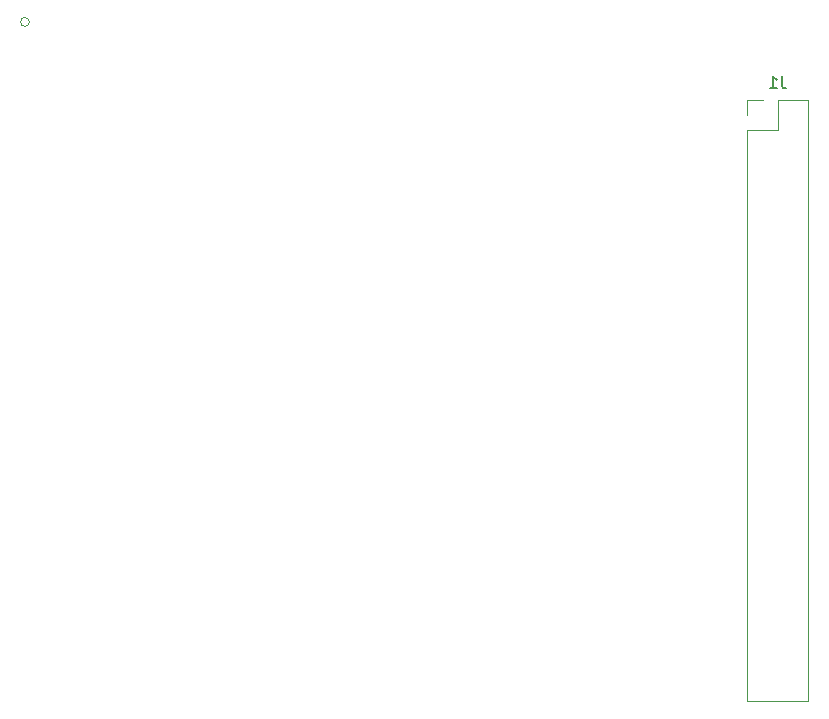
<source format=gbr>
%TF.GenerationSoftware,KiCad,Pcbnew,(6.0.0-0)*%
%TF.CreationDate,2023-04-18T12:24:45-04:00*%
%TF.ProjectId,SATS,53415453-2e6b-4696-9361-645f70636258,rev?*%
%TF.SameCoordinates,Original*%
%TF.FileFunction,Legend,Bot*%
%TF.FilePolarity,Positive*%
%FSLAX46Y46*%
G04 Gerber Fmt 4.6, Leading zero omitted, Abs format (unit mm)*
G04 Created by KiCad (PCBNEW (6.0.0-0)) date 2023-04-18 12:24:45*
%MOMM*%
%LPD*%
G01*
G04 APERTURE LIST*
%ADD10C,0.150000*%
%ADD11C,0.120000*%
G04 APERTURE END LIST*
D10*
%TO.C,J1*%
X130381333Y-59928380D02*
X130381333Y-60642666D01*
X130428952Y-60785523D01*
X130524190Y-60880761D01*
X130667047Y-60928380D01*
X130762285Y-60928380D01*
X129381333Y-60928380D02*
X129952761Y-60928380D01*
X129667047Y-60928380D02*
X129667047Y-59928380D01*
X129762285Y-60071238D01*
X129857523Y-60166476D01*
X129952761Y-60214095D01*
D11*
%TO.C,J2*%
X66691406Y-55330000D02*
G75*
G03*
X66691406Y-55330000I-381000J0D01*
G01*
%TO.C,J1*%
X132648000Y-61916000D02*
X132648000Y-112836000D01*
X132648000Y-112836000D02*
X127448000Y-112836000D01*
X128778000Y-61916000D02*
X127448000Y-61916000D01*
X127448000Y-64516000D02*
X127448000Y-112836000D01*
X127448000Y-61916000D02*
X127448000Y-63246000D01*
X130048000Y-64516000D02*
X127448000Y-64516000D01*
X130048000Y-61916000D02*
X130048000Y-64516000D01*
X132648000Y-61916000D02*
X130048000Y-61916000D01*
%TD*%
M02*

</source>
